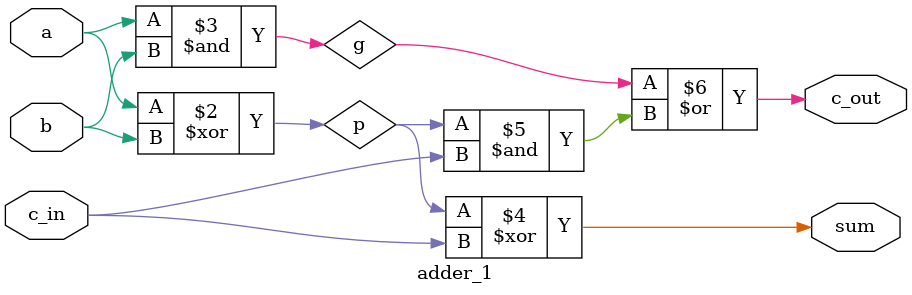
<source format=sv>
module adder_1(a, b, c_in, sum, c_out);

  input wire a, b;
  input wire c_in;
  output logic sum;
  output logic c_out;

  logic p,g;
  always_comb begin
    p = a ^ b;
    g = a & b;

    sum = p ^ c_in;
    c_out = g | (p & c_in);
  end

endmodule
</source>
